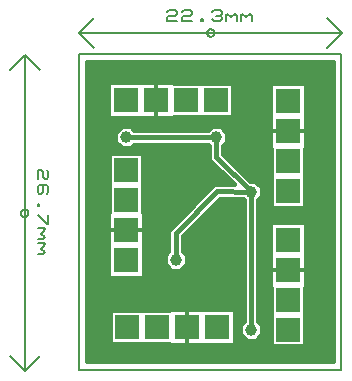
<source format=gbr>
G04 PROTEUS GERBER X2 FILE*
%TF.GenerationSoftware,Labcenter,Proteus,8.12-SP2-Build31155*%
%TF.CreationDate,2022-11-29T14:37:22+00:00*%
%TF.FileFunction,Copper,L1,Top*%
%TF.FilePolarity,Positive*%
%TF.Part,Single*%
%TF.SameCoordinates,{cdb8bdd9-3100-4a82-a298-9d7ddda5625f}*%
%FSLAX45Y45*%
%MOMM*%
G01*
%TA.AperFunction,Conductor*%
%ADD10C,0.400000*%
%TA.AperFunction,ViaPad*%
%ADD11C,1.000000*%
%TA.AperFunction,Conductor*%
%ADD12C,0.304800*%
%TA.AperFunction,ComponentPad*%
%ADD13R,2.032000X2.032000*%
%TA.AperFunction,NonMaterial*%
%ADD14C,0.203200*%
%TA.AperFunction,Profile*%
%ADD15C,0.203200*%
%TD.AperFunction*%
G36*
X-2398260Y+1278260D02*
X-4481740Y+1278260D01*
X-4481740Y+3813480D01*
X-2398260Y+3813480D01*
X-2398260Y+1278260D01*
G37*
%LPC*%
G36*
X-4008081Y+2760081D02*
X-4008081Y+2546079D01*
X-3997921Y+2546079D01*
X-3997921Y+1987921D01*
X-4302079Y+1987921D01*
X-4302079Y+2546079D01*
X-4291919Y+2546079D01*
X-4291919Y+3043919D01*
X-4008081Y+3043919D01*
X-4008081Y+2760081D01*
G37*
G36*
X-3743921Y+3631919D02*
X-3246081Y+3631919D01*
X-3246081Y+3348081D01*
X-3743921Y+3348081D01*
X-3743921Y+3337921D01*
X-4302079Y+3337921D01*
X-4302079Y+3642079D01*
X-3743921Y+3642079D01*
X-3743921Y+3631919D01*
G37*
G36*
X-2627921Y+3327921D02*
X-2627921Y+3073921D01*
X-2638081Y+3073921D01*
X-2638081Y+2576081D01*
X-2921919Y+2576081D01*
X-2921919Y+3073921D01*
X-2932079Y+3073921D01*
X-2932079Y+3632079D01*
X-2627921Y+3632079D01*
X-2627921Y+3327921D01*
G37*
G36*
X-2627921Y+2157921D02*
X-2627921Y+1903921D01*
X-2638081Y+1903921D01*
X-2638081Y+1406081D01*
X-2921919Y+1406081D01*
X-2921919Y+1903921D01*
X-2932079Y+1903921D01*
X-2932079Y+2462079D01*
X-2627921Y+2462079D01*
X-2627921Y+2157921D01*
G37*
G36*
X-3227921Y+1417921D02*
X-3786079Y+1417921D01*
X-3786079Y+1428081D01*
X-4283919Y+1428081D01*
X-4283919Y+1711919D01*
X-3786079Y+1711919D01*
X-3786079Y+1722079D01*
X-3227921Y+1722079D01*
X-3227921Y+1417921D01*
G37*
G36*
X-3295465Y+3214608D02*
X-3295465Y+3137682D01*
X-3328005Y+3105142D01*
X-3328005Y+3036405D01*
X-3098168Y+2809239D01*
X-3055026Y+2809239D01*
X-3000630Y+2754843D01*
X-3000630Y+2677917D01*
X-3032890Y+2645657D01*
X-3031426Y+2144772D01*
X-3029822Y+1619144D01*
X-2997141Y+1586463D01*
X-2997141Y+1509537D01*
X-3051537Y+1455141D01*
X-3128463Y+1455141D01*
X-3182859Y+1509537D01*
X-3182859Y+1586463D01*
X-3150599Y+1618723D01*
X-3152063Y+2119607D01*
X-3153667Y+2645236D01*
X-3164781Y+2656350D01*
X-3353150Y+2657525D01*
X-3670994Y+2339293D01*
X-3670994Y+2210914D01*
X-3638454Y+2178374D01*
X-3638454Y+2101448D01*
X-3692850Y+2047052D01*
X-3769776Y+2047052D01*
X-3824172Y+2101448D01*
X-3824172Y+2178374D01*
X-3791632Y+2210914D01*
X-3791632Y+2389217D01*
X-3773991Y+2406880D01*
X-3402864Y+2778462D01*
X-3238020Y+2777593D01*
X-3448643Y+2986037D01*
X-3448643Y+3105142D01*
X-3458485Y+3114984D01*
X-4079724Y+3114984D01*
X-4112264Y+3082444D01*
X-4189190Y+3082444D01*
X-4243586Y+3136840D01*
X-4243586Y+3213766D01*
X-4189190Y+3268162D01*
X-4112264Y+3268162D01*
X-4079724Y+3235622D01*
X-3460169Y+3235622D01*
X-3426787Y+3269004D01*
X-3349861Y+3269004D01*
X-3295465Y+3214608D01*
G37*
%LPD*%
D10*
X-4150727Y+3175303D02*
X-3389166Y+3175303D01*
X-3388324Y+3176145D01*
X-3090000Y+1548000D02*
X-3093489Y+2716380D01*
X-3731313Y+2139911D02*
X-3731313Y+2364255D01*
X-3378000Y+2718000D01*
X-3093489Y+2716380D01*
X-3091869Y+2718000D02*
X-3388324Y+3011215D01*
X-3388324Y+3176145D01*
D11*
X-4150727Y+3175303D03*
X-3090000Y+1548000D03*
X-3731313Y+2139911D03*
X-3388324Y+3176145D03*
X-3093489Y+2716380D03*
D10*
X-2398260Y+1278260D02*
X-4481740Y+1278260D01*
X-4481740Y+3813480D01*
X-2398260Y+3813480D01*
X-2398260Y+1278260D01*
X-4008081Y+2760081D02*
X-4008081Y+2546079D01*
X-3997921Y+2546079D01*
X-3997921Y+1987921D01*
X-4302079Y+1987921D01*
X-4302079Y+2546079D01*
X-4291919Y+2546079D01*
X-4291919Y+3043919D01*
X-4008081Y+3043919D01*
X-4008081Y+2760081D01*
X-3743921Y+3631919D02*
X-3246081Y+3631919D01*
X-3246081Y+3348081D01*
X-3743921Y+3348081D01*
X-3743921Y+3337921D01*
X-4302079Y+3337921D01*
X-4302079Y+3642079D01*
X-3743921Y+3642079D01*
X-3743921Y+3631919D01*
X-2627921Y+3327921D02*
X-2627921Y+3073921D01*
X-2638081Y+3073921D01*
X-2638081Y+2576081D01*
X-2921919Y+2576081D01*
X-2921919Y+3073921D01*
X-2932079Y+3073921D01*
X-2932079Y+3632079D01*
X-2627921Y+3632079D01*
X-2627921Y+3327921D01*
X-2627921Y+2157921D02*
X-2627921Y+1903921D01*
X-2638081Y+1903921D01*
X-2638081Y+1406081D01*
X-2921919Y+1406081D01*
X-2921919Y+1903921D01*
X-2932079Y+1903921D01*
X-2932079Y+2462079D01*
X-2627921Y+2462079D01*
X-2627921Y+2157921D01*
X-3227921Y+1417921D02*
X-3786079Y+1417921D01*
X-3786079Y+1428081D01*
X-4283919Y+1428081D01*
X-4283919Y+1711919D01*
X-3786079Y+1711919D01*
X-3786079Y+1722079D01*
X-3227921Y+1722079D01*
X-3227921Y+1417921D01*
X-3295465Y+3214608D02*
X-3295465Y+3137682D01*
X-3328005Y+3105142D01*
X-3328005Y+3036405D01*
X-3098168Y+2809239D01*
X-3055026Y+2809239D01*
X-3000630Y+2754843D01*
X-3000630Y+2677917D01*
X-3032890Y+2645657D01*
X-3031426Y+2144772D01*
X-3029822Y+1619144D01*
X-2997141Y+1586463D01*
X-2997141Y+1509537D01*
X-3051537Y+1455141D01*
X-3128463Y+1455141D01*
X-3182859Y+1509537D01*
X-3182859Y+1586463D01*
X-3150599Y+1618723D01*
X-3152063Y+2119607D01*
X-3153667Y+2645236D01*
X-3164781Y+2656350D01*
X-3353150Y+2657525D01*
X-3670994Y+2339293D01*
X-3670994Y+2210914D01*
X-3638454Y+2178374D01*
X-3638454Y+2101448D01*
X-3692850Y+2047052D01*
X-3769776Y+2047052D01*
X-3824172Y+2101448D01*
X-3824172Y+2178374D01*
X-3791632Y+2210914D01*
X-3791632Y+2389217D01*
X-3773991Y+2406880D01*
X-3402864Y+2778462D01*
X-3238020Y+2777593D01*
X-3448643Y+2986037D01*
X-3448643Y+3105142D01*
X-3458485Y+3114984D01*
X-4079724Y+3114984D01*
X-4112264Y+3082444D01*
X-4189190Y+3082444D01*
X-4243586Y+3136840D01*
X-4243586Y+3213766D01*
X-4189190Y+3268162D01*
X-4112264Y+3268162D01*
X-4079724Y+3235622D01*
X-3460169Y+3235622D01*
X-3426787Y+3269004D01*
X-3349861Y+3269004D01*
X-3295465Y+3214608D01*
D12*
X-3997921Y+2394000D02*
X-4150000Y+2394000D01*
X-4302079Y+2394000D02*
X-4150000Y+2394000D01*
X-3896000Y+3337921D02*
X-3896000Y+3490000D01*
X-3896000Y+3642079D02*
X-3896000Y+3490000D01*
X-2932079Y+3226000D02*
X-2780000Y+3226000D01*
X-2627921Y+3226000D02*
X-2780000Y+3226000D01*
X-2932079Y+2056000D02*
X-2780000Y+2056000D01*
X-2627921Y+2056000D02*
X-2780000Y+2056000D01*
X-3634000Y+1722079D02*
X-3634000Y+1570000D01*
X-3634000Y+1417921D02*
X-3634000Y+1570000D01*
D13*
X-4150000Y+2140000D03*
X-4150000Y+2394000D03*
X-4150000Y+2648000D03*
X-4150000Y+2902000D03*
X-4150000Y+3490000D03*
X-3896000Y+3490000D03*
X-3642000Y+3490000D03*
X-3388000Y+3490000D03*
X-2780000Y+3480000D03*
X-2780000Y+3226000D03*
X-2780000Y+2972000D03*
X-2780000Y+2718000D03*
X-2780000Y+2310000D03*
X-2780000Y+2056000D03*
X-2780000Y+1802000D03*
X-2780000Y+1548000D03*
X-3380000Y+1570000D03*
X-3634000Y+1570000D03*
X-3888000Y+1570000D03*
X-4142000Y+1570000D03*
D14*
X-4550000Y+4060000D02*
X-2320000Y+4060000D01*
X-4550000Y+4060000D02*
X-4423000Y+3933000D01*
X-4550000Y+4060000D02*
X-4423000Y+4187000D01*
X-2320000Y+4060000D02*
X-2447000Y+4187000D01*
X-2320000Y+4060000D02*
X-2447000Y+3933000D01*
X-3403250Y+4060000D02*
X-3403359Y+4062634D01*
X-3404249Y+4067903D01*
X-3406111Y+4073172D01*
X-3409154Y+4078441D01*
X-3413809Y+4083643D01*
X-3419078Y+4087469D01*
X-3424347Y+4089909D01*
X-3429616Y+4091290D01*
X-3434885Y+4091750D01*
X-3435000Y+4091750D01*
X-3466750Y+4060000D02*
X-3466641Y+4062634D01*
X-3465751Y+4067903D01*
X-3463889Y+4073172D01*
X-3460846Y+4078441D01*
X-3456191Y+4083643D01*
X-3450922Y+4087469D01*
X-3445653Y+4089909D01*
X-3440384Y+4091290D01*
X-3435115Y+4091750D01*
X-3435000Y+4091750D01*
X-3466750Y+4060000D02*
X-3466641Y+4057366D01*
X-3465751Y+4052097D01*
X-3463889Y+4046828D01*
X-3460846Y+4041559D01*
X-3456191Y+4036357D01*
X-3450922Y+4032531D01*
X-3445653Y+4030091D01*
X-3440384Y+4028710D01*
X-3435115Y+4028250D01*
X-3435000Y+4028250D01*
X-3403250Y+4060000D02*
X-3403359Y+4057366D01*
X-3404249Y+4052097D01*
X-3406111Y+4046828D01*
X-3409154Y+4041559D01*
X-3413809Y+4036357D01*
X-3419078Y+4032531D01*
X-3424347Y+4030091D01*
X-3429616Y+4028710D01*
X-3434885Y+4028250D01*
X-3435000Y+4028250D01*
X-3800125Y+4236840D02*
X-3784250Y+4252080D01*
X-3736625Y+4252080D01*
X-3720750Y+4236840D01*
X-3720750Y+4221600D01*
X-3736625Y+4206360D01*
X-3784250Y+4206360D01*
X-3800125Y+4191120D01*
X-3800125Y+4160640D01*
X-3720750Y+4160640D01*
X-3673125Y+4236840D02*
X-3657250Y+4252080D01*
X-3609625Y+4252080D01*
X-3593750Y+4236840D01*
X-3593750Y+4221600D01*
X-3609625Y+4206360D01*
X-3657250Y+4206360D01*
X-3673125Y+4191120D01*
X-3673125Y+4160640D01*
X-3593750Y+4160640D01*
X-3514375Y+4175880D02*
X-3498500Y+4175880D01*
X-3498500Y+4160640D01*
X-3514375Y+4160640D01*
X-3514375Y+4175880D01*
X-3419125Y+4236840D02*
X-3403250Y+4252080D01*
X-3355625Y+4252080D01*
X-3339750Y+4236840D01*
X-3339750Y+4221600D01*
X-3355625Y+4206360D01*
X-3339750Y+4191120D01*
X-3339750Y+4175880D01*
X-3355625Y+4160640D01*
X-3403250Y+4160640D01*
X-3419125Y+4175880D01*
X-3387375Y+4206360D02*
X-3355625Y+4206360D01*
X-3308000Y+4160640D02*
X-3308000Y+4221600D01*
X-3308000Y+4206360D02*
X-3292125Y+4221600D01*
X-3260375Y+4191120D01*
X-3228625Y+4221600D01*
X-3212750Y+4206360D01*
X-3212750Y+4160640D01*
X-3181000Y+4160640D02*
X-3181000Y+4221600D01*
X-3181000Y+4206360D02*
X-3165125Y+4221600D01*
X-3133375Y+4191120D01*
X-3101625Y+4221600D01*
X-3085750Y+4206360D01*
X-3085750Y+4160640D01*
X-5010000Y+3870000D02*
X-5010000Y+1200000D01*
X-5010000Y+3870000D02*
X-5137000Y+3743000D01*
X-5010000Y+3870000D02*
X-4883000Y+3743000D01*
X-5010000Y+1200000D02*
X-4883000Y+1327000D01*
X-5010000Y+1200000D02*
X-5137000Y+1327000D01*
X-4978250Y+2535000D02*
X-4978359Y+2537634D01*
X-4979249Y+2542903D01*
X-4981111Y+2548172D01*
X-4984154Y+2553441D01*
X-4988809Y+2558643D01*
X-4994078Y+2562469D01*
X-4999347Y+2564909D01*
X-5004616Y+2566290D01*
X-5009885Y+2566750D01*
X-5010000Y+2566750D01*
X-5041750Y+2535000D02*
X-5041641Y+2537634D01*
X-5040751Y+2542903D01*
X-5038889Y+2548172D01*
X-5035846Y+2553441D01*
X-5031191Y+2558643D01*
X-5025922Y+2562469D01*
X-5020653Y+2564909D01*
X-5015384Y+2566290D01*
X-5010115Y+2566750D01*
X-5010000Y+2566750D01*
X-5041750Y+2535000D02*
X-5041641Y+2532366D01*
X-5040751Y+2527097D01*
X-5038889Y+2521828D01*
X-5035846Y+2516559D01*
X-5031191Y+2511357D01*
X-5025922Y+2507531D01*
X-5020653Y+2505091D01*
X-5015384Y+2503710D01*
X-5010115Y+2503250D01*
X-5010000Y+2503250D01*
X-4978250Y+2535000D02*
X-4978359Y+2532366D01*
X-4979249Y+2527097D01*
X-4981111Y+2521828D01*
X-4984154Y+2516559D01*
X-4988809Y+2511357D01*
X-4994078Y+2507531D01*
X-4999347Y+2505091D01*
X-5004616Y+2503710D01*
X-5009885Y+2503250D01*
X-5010000Y+2503250D01*
X-4823160Y+2900125D02*
X-4807920Y+2884250D01*
X-4807920Y+2836625D01*
X-4823160Y+2820750D01*
X-4838400Y+2820750D01*
X-4853640Y+2836625D01*
X-4853640Y+2884250D01*
X-4868880Y+2900125D01*
X-4899360Y+2900125D01*
X-4899360Y+2820750D01*
X-4823160Y+2693750D02*
X-4807920Y+2709625D01*
X-4807920Y+2757250D01*
X-4823160Y+2773125D01*
X-4884120Y+2773125D01*
X-4899360Y+2757250D01*
X-4899360Y+2709625D01*
X-4884120Y+2693750D01*
X-4868880Y+2693750D01*
X-4853640Y+2709625D01*
X-4853640Y+2773125D01*
X-4884120Y+2614375D02*
X-4884120Y+2598500D01*
X-4899360Y+2598500D01*
X-4899360Y+2614375D01*
X-4884120Y+2614375D01*
X-4807920Y+2519125D02*
X-4807920Y+2439750D01*
X-4823160Y+2439750D01*
X-4899360Y+2519125D01*
X-4899360Y+2408000D02*
X-4838400Y+2408000D01*
X-4853640Y+2408000D02*
X-4838400Y+2392125D01*
X-4868880Y+2360375D01*
X-4838400Y+2328625D01*
X-4853640Y+2312750D01*
X-4899360Y+2312750D01*
X-4899360Y+2281000D02*
X-4838400Y+2281000D01*
X-4853640Y+2281000D02*
X-4838400Y+2265125D01*
X-4868880Y+2233375D01*
X-4838400Y+2201625D01*
X-4853640Y+2185750D01*
X-4899360Y+2185750D01*
D15*
X-4550000Y+1210000D02*
X-2330000Y+1210000D01*
X-2330000Y+3881740D01*
X-4550000Y+3881740D01*
X-4550000Y+1210000D01*
M02*

</source>
